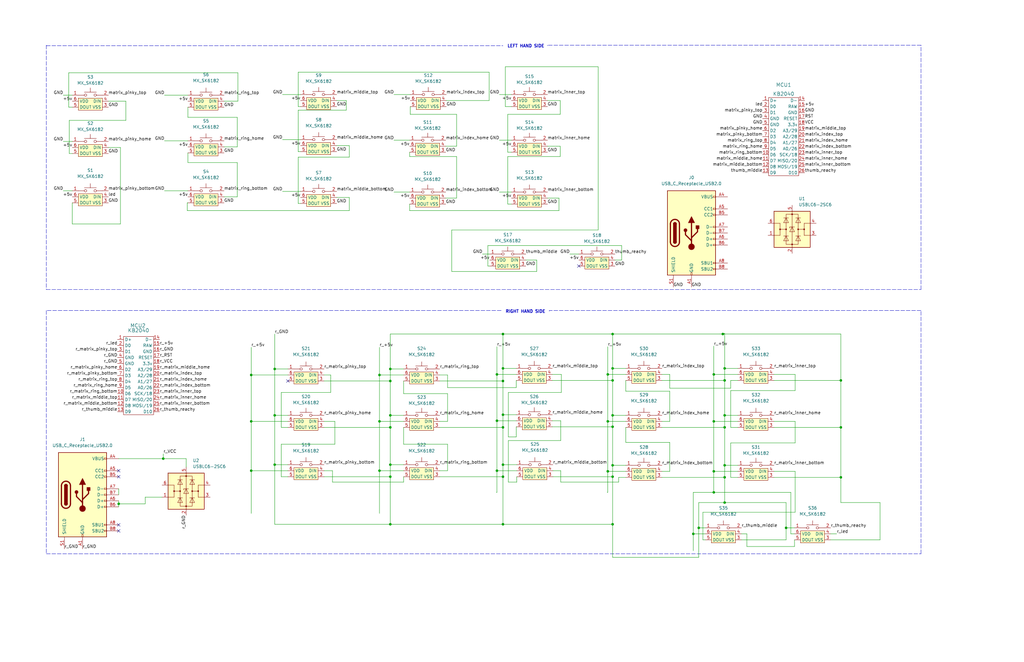
<source format=kicad_sch>
(kicad_sch (version 20211123) (generator eeschema)
  (paper "USLedger")
  (lib_symbols
    (symbol "CherryMX:MX_SK6182"
      (property "Reference" "S" (at 4.445 5.08 0))
      (property "Value" "MX_SK6182" (at 0 -5.08 0))
      (symbol "MX_SK6182_0_1"
        (polyline (pts (xy -5.08 2.54) (xy -2.54 2.54)))
        (polyline (pts (xy 2.54 2.54) (xy 5.08 2.54)))
        (rectangle (start 5.08 -3.81) (end -5.08 1.27) (fill (type background)))
      )
      (symbol "MX_SK6182_1_1"
        (circle (center -2.032 2.54) (radius 0.508))
        (polyline (pts (xy 0 3.81) (xy 0 5.588)))
        (polyline (pts (xy 2.54 3.81) (xy -2.54 3.81)))
        (circle (center 2.032 2.54) (radius 0.508))
        (pin passive line (at -7.62 2.54 0) (length 2.54) (name "~") (number "1"))
        (pin passive line (at 7.62 2.54 180) (length 2.54) (name "~") (number "2"))
        (pin power_in line (at 7.62 -2.54 180) (length 2.54) (name "VSS") (number "3"))
        (pin input line (at 7.62 0 180) (length 2.54) (name "DIN") (number "4"))
        (pin output line (at -7.62 -2.54 0) (length 2.54) (name "DOUT") (number "5"))
        (pin power_in line (at -7.62 0 0) (length 2.54) (name "VDD") (number "6"))
      )
    )
    (symbol "Connector:USB_C_Receptacle_USB2.0" (pin_names (offset 1.016))
      (property "Reference" "J" (at -10.16 19.05 0))
      (property "Value" "USB_C_Receptacle_USB2.0" (at 19.05 19.05 0))
      (symbol "USB_C_Receptacle_USB2.0_0_0"
        (rectangle (start -0.254 -17.78) (end 0.254 -16.764))
        (rectangle (start 10.16 -14.986) (end 9.144 -15.494))
        (rectangle (start 10.16 -12.446) (end 9.144 -12.954))
        (rectangle (start 10.16 -4.826) (end 9.144 -5.334))
        (rectangle (start 10.16 -2.286) (end 9.144 -2.794))
        (rectangle (start 10.16 0.254) (end 9.144 -0.254))
        (rectangle (start 10.16 2.794) (end 9.144 2.286))
        (rectangle (start 10.16 7.874) (end 9.144 7.366))
        (rectangle (start 10.16 10.414) (end 9.144 9.906))
        (rectangle (start 10.16 15.494) (end 9.144 14.986))
      )
      (symbol "USB_C_Receptacle_USB2.0_0_1"
        (rectangle (start -10.16 17.78) (end 10.16 -17.78) (stroke (width 0.254)) (fill (type background)))
        (arc (start -8.89 -3.81) (mid -6.985 -5.715) (end -5.08 -3.81) (stroke (width 0.508)))
        (arc (start -7.62 -3.81) (mid -6.985 -4.445) (end -6.35 -3.81) (stroke (width 0.254)))
        (arc (start -7.62 -3.81) (mid -6.985 -4.445) (end -6.35 -3.81) (stroke (width 0.254)) (fill (type outline)))
        (rectangle (start -7.62 -3.81) (end -6.35 3.81) (stroke (width 0.254)) (fill (type outline)))
        (arc (start -6.35 3.81) (mid -6.985 4.445) (end -7.62 3.81) (stroke (width 0.254)))
        (arc (start -6.35 3.81) (mid -6.985 4.445) (end -7.62 3.81) (stroke (width 0.254)) (fill (type outline)))
        (arc (start -5.08 3.81) (mid -6.985 5.715) (end -8.89 3.81) (stroke (width 0.508)))
        (circle (center -2.54 1.143) (radius 0.635) (stroke (width 0.254)) (fill (type outline)))
        (circle (center 0 -5.842) (radius 1.27) (fill (type outline)))
        (polyline (pts (xy -8.89 -3.81) (xy -8.89 3.81)) (stroke (width 0.508)))
        (polyline (pts (xy -5.08 3.81) (xy -5.08 -3.81)) (stroke (width 0.508)))
        (polyline (pts (xy 0 -5.842) (xy 0 4.318)) (stroke (width 0.508)))
        (polyline (pts (xy 0 -3.302) (xy -2.54 -0.762) (xy -2.54 0.508)) (stroke (width 0.508)))
        (polyline (pts (xy 0 -2.032) (xy 2.54 0.508) (xy 2.54 1.778)) (stroke (width 0.508)))
        (polyline (pts (xy -1.27 4.318) (xy 0 6.858) (xy 1.27 4.318) (xy -1.27 4.318)) (stroke (width 0.254)) (fill (type outline)))
        (rectangle (start 1.905 1.778) (end 3.175 3.048) (stroke (width 0.254)) (fill (type outline)))
      )
      (symbol "USB_C_Receptacle_USB2.0_1_1"
        (pin passive line (at 0 -22.86 90) (length 5.08) (name "GND") (number "A1"))
        (pin passive line (at 0 -22.86 90) (length 5.08) hide (name "GND") (number "A12"))
        (pin passive line (at 15.24 15.24 180) (length 5.08) (name "VBUS") (number "A4"))
        (pin bidirectional line (at 15.24 10.16 180) (length 5.08) (name "CC1") (number "A5"))
        (pin bidirectional line (at 15.24 -2.54 180) (length 5.08) (name "D+") (number "A6"))
        (pin bidirectional line (at 15.24 2.54 180) (length 5.08) (name "D-") (number "A7"))
        (pin bidirectional line (at 15.24 -12.7 180) (length 5.08) (name "SBU1") (number "A8"))
        (pin passive line (at 15.24 15.24 180) (length 5.08) hide (name "VBUS") (number "A9"))
        (pin passive line (at 0 -22.86 90) (length 5.08) hide (name "GND") (number "B1"))
        (pin passive line (at 0 -22.86 90) (length 5.08) hide (name "GND") (number "B12"))
        (pin passive line (at 15.24 15.24 180) (length 5.08) hide (name "VBUS") (number "B4"))
        (pin bidirectional line (at 15.24 7.62 180) (length 5.08) (name "CC2") (number "B5"))
        (pin bidirectional line (at 15.24 -5.08 180) (length 5.08) (name "D+") (number "B6"))
        (pin bidirectional line (at 15.24 0 180) (length 5.08) (name "D-") (number "B7"))
        (pin bidirectional line (at 15.24 -15.24 180) (length 5.08) (name "SBU2") (number "B8"))
        (pin passive line (at 15.24 15.24 180) (length 5.08) hide (name "VBUS") (number "B9"))
        (pin passive line (at -7.62 -22.86 90) (length 5.08) (name "SHIELD") (number "S1"))
      )
    )
    (symbol "MX_SK6182_1"
      (property "Reference" "U" (at 4.445 5.08 0))
      (property "Value" "MX_SK6182_1" (at 0 -5.08 0))
      (symbol "MX_SK6182_1_0_1"
        (polyline (pts (xy -5.08 2.54) (xy -2.54 2.54)))
        (polyline (pts (xy 2.54 2.54) (xy 5.08 2.54)))
        (rectangle (start 5.08 -3.81) (end -5.08 1.27) (fill (type background)))
      )
      (symbol "MX_SK6182_1_1_1"
        (circle (center -2.032 2.54) (radius 0.508))
        (polyline (pts (xy 0 3.81) (xy 0 5.588)))
        (polyline (pts (xy 2.54 3.81) (xy -2.54 3.81)))
        (circle (center 2.032 2.54) (radius 0.508))
        (pin passive line (at -7.62 2.54 0) (length 2.54) (name "~") (number "1"))
        (pin passive line (at 7.62 2.54 180) (length 2.54) (name "~") (number "2"))
        (pin power_in line (at 7.62 -2.54 180) (length 2.54) (name "VSS") (number "3"))
        (pin input line (at 7.62 0 180) (length 2.54) (name "DIN") (number "4"))
        (pin output line (at -7.62 -2.54 0) (length 2.54) (name "DOUT") (number "5"))
        (pin power_in line (at -7.62 0 0) (length 2.54) (name "VDD") (number "6"))
      )
    )
    (symbol "Power_Protection:USBLC6-2SC6" (pin_names hide)
      (property "Reference" "U" (at 2.54 8.89 0))
      (property "Value" "USBLC6-2SC6" (at 2.54 -8.89 0))
      (symbol "USBLC6-2SC6_0_1"
        (rectangle (start -7.62 -7.62) (end 7.62 7.62) (stroke (width 0.254)) (fill (type background)))
        (circle (center -5.08 0) (radius 0.254) (fill (type outline)))
        (circle (center -2.54 0) (radius 0.254) (fill (type outline)))
        (rectangle (start -2.54 6.35) (end 2.54 -6.35))
        (circle (center 0 -6.35) (radius 0.254) (fill (type outline)))
        (polyline (pts (xy -5.08 -2.54) (xy -7.62 -2.54)))
        (polyline (pts (xy -5.08 0) (xy -5.08 -2.54)))
        (polyline (pts (xy -5.08 2.54) (xy -7.62 2.54)))
        (polyline (pts (xy -1.524 -2.794) (xy -3.556 -2.794)))
        (polyline (pts (xy -1.524 4.826) (xy -3.556 4.826)))
        (polyline (pts (xy 0 -7.62) (xy 0 -6.35)))
        (polyline (pts (xy 0 -6.35) (xy 0 1.27)))
        (polyline (pts (xy 0 1.27) (xy 0 6.35)))
        (polyline (pts (xy 0 6.35) (xy 0 7.62)))
        (polyline (pts (xy 1.524 -2.794) (xy 3.556 -2.794)))
        (polyline (pts (xy 1.524 4.826) (xy 3.556 4.826)))
        (polyline (pts (xy 5.08 -2.54) (xy 7.62 -2.54)))
        (polyline (pts (xy 5.08 0) (xy 5.08 -2.54)))
        (polyline (pts (xy 5.08 2.54) (xy 7.62 2.54)))
        (polyline (pts (xy -2.54 0) (xy -5.08 0) (xy -5.08 2.54)))
        (polyline (pts (xy 2.54 0) (xy 5.08 0) (xy 5.08 2.54)))
        (polyline (pts (xy -3.556 -4.826) (xy -1.524 -4.826) (xy -2.54 -2.794) (xy -3.556 -4.826)))
        (polyline (pts (xy -3.556 2.794) (xy -1.524 2.794) (xy -2.54 4.826) (xy -3.556 2.794)))
        (polyline (pts (xy -1.016 -1.016) (xy 1.016 -1.016) (xy 0 1.016) (xy -1.016 -1.016)))
        (polyline (pts (xy 1.016 1.016) (xy 0.762 1.016) (xy -1.016 1.016) (xy -1.016 0.508)))
        (polyline (pts (xy 3.556 -4.826) (xy 1.524 -4.826) (xy 2.54 -2.794) (xy 3.556 -4.826)))
        (polyline (pts (xy 3.556 2.794) (xy 1.524 2.794) (xy 2.54 4.826) (xy 3.556 2.794)))
        (circle (center 0 6.35) (radius 0.254) (fill (type outline)))
        (circle (center 2.54 0) (radius 0.254) (fill (type outline)))
        (circle (center 5.08 0) (radius 0.254) (fill (type outline)))
      )
      (symbol "USBLC6-2SC6_1_1"
        (pin passive line (at -10.16 -2.54 0) (length 2.54) (name "I/O1") (number "1"))
        (pin passive line (at 0 -10.16 90) (length 2.54) (name "GND") (number "2"))
        (pin passive line (at 10.16 -2.54 180) (length 2.54) (name "I/O2") (number "3"))
        (pin passive line (at 10.16 2.54 180) (length 2.54) (name "I/O2") (number "4"))
        (pin passive line (at 0 10.16 270) (length 2.54) (name "VBUS") (number "5"))
        (pin passive line (at -10.16 2.54 0) (length 2.54) (name "I/O1") (number "6"))
      )
    )
    (symbol "kb2040:kb2040"
      (property "Reference" "U" (at 0 0 0))
      (property "Value" "kb2040" (at 0 -2.54 0))
      (symbol "kb2040_0_1"
        (rectangle (start 0 -3.81) (end 12.7 -36.83) (stroke (width 0.1524)))
      )
      (symbol "kb2040_1_1"
        (pin bidirectional line (at -2.54 -5.08 0) (length 2.54) (name "D+") (number "1"))
        (pin bidirectional line (at -2.54 -27.94 0) (length 2.54) (name "D6") (number "10"))
        (pin bidirectional line (at -2.54 -30.48 0) (length 2.54) (name "D7") (number "11"))
        (pin bidirectional line (at -2.54 -33.02 0) (length 2.54) (name "D8") (number "12"))
        (pin bidirectional line (at -2.54 -35.56 0) (length 2.54) (name "D9") (number "13"))
        (pin bidirectional line (at 15.24 -5.08 180) (length 2.54) (name "D-") (number "14"))
        (pin bidirectional line (at 15.24 -7.62 180) (length 2.54) (name "RAW") (number "15"))
        (pin bidirectional line (at 15.24 -10.16 180) (length 2.54) (name "GND") (number "16"))
        (pin bidirectional line (at 15.24 -12.7 180) (length 2.54) (name "RESET") (number "17"))
        (pin bidirectional line (at 15.24 -15.24 180) (length 2.54) (name "3.3v") (number "18"))
        (pin bidirectional line (at 15.24 -17.78 180) (length 2.54) (name "A3/29") (number "19"))
        (pin bidirectional line (at -2.54 -7.62 0) (length 2.54) (name "D0") (number "2"))
        (pin bidirectional line (at 15.24 -20.32 180) (length 2.54) (name "A2/28") (number "20"))
        (pin bidirectional line (at 15.24 -22.86 180) (length 2.54) (name "A1/27") (number "21"))
        (pin bidirectional line (at 15.24 -25.4 180) (length 2.54) (name "A0/26") (number "22"))
        (pin bidirectional line (at 15.24 -27.94 180) (length 2.54) (name "SCK/18") (number "23"))
        (pin bidirectional line (at 15.24 -30.48 180) (length 2.54) (name "MISO/20") (number "24"))
        (pin bidirectional line (at 15.24 -33.02 180) (length 2.54) (name "MOSI/19") (number "25"))
        (pin bidirectional line (at 15.24 -35.56 180) (length 2.54) (name "D10") (number "26"))
        (pin bidirectional line (at -2.54 -10.16 0) (length 2.54) (name "D1") (number "3"))
        (pin bidirectional line (at -2.54 -12.7 0) (length 2.54) (name "GND") (number "4"))
        (pin bidirectional line (at -2.54 -15.24 0) (length 2.54) (name "GND") (number "5"))
        (pin bidirectional line (at -2.54 -17.78 0) (length 2.54) (name "D2") (number "6"))
        (pin bidirectional line (at -2.54 -20.32 0) (length 2.54) (name "D3") (number "7"))
        (pin bidirectional line (at -2.54 -22.86 0) (length 2.54) (name "D4") (number "8"))
        (pin bidirectional line (at -2.54 -25.4 0) (length 2.54) (name "D5") (number "9"))
      )
    )
  )
  (junction (at 304.8 140.97))
  (junction (at 212.09 180.34))
  (junction (at 115.824 175.26))
  (junction (at 305.562 180.34))
  (junction (at 164.592 155.702))
  (junction (at 294.64 222.758))
  (junction (at 160.02 177.8))
  (junction (at 209.55 177.546))
  (junction (at 256.286 198.882))
  (junction (at 164.592 221.234))
  (junction (at 160.02 158.242))
  (junction (at 68.834 193.548))
  (junction (at 258.318 201.168))
  (junction (at 305.562 196.342))
  (junction (at 256.286 177.8))
  (junction (at 354.584 160.528))
  (junction (at 115.824 196.088))
  (junction (at 256.286 157.988))
  (junction (at 305.562 160.528))
  (junction (at 300.99 177.8))
  (junction (at 164.592 160.782))
  (junction (at 258.318 140.97))
  (junction (at 354.584 201.422))
  (junction (at 160.02 198.628))
  (junction (at 212.09 201.168))
  (junction (at 164.592 180.34))
  (junction (at 258.318 196.342))
  (junction (at 115.824 155.702))
  (junction (at 50.038 212.598))
  (junction (at 164.592 175.26))
  (junction (at 105.918 198.628))
  (junction (at 212.09 221.234))
  (junction (at 212.09 155.448))
  (junction (at 305.562 155.448))
  (junction (at 305.562 175.26))
  (junction (at 105.918 158.242))
  (junction (at 258.318 221.234))
  (junction (at 354.584 180.34))
  (junction (at 258.318 160.528))
  (junction (at 212.09 140.97))
  (junction (at 258.318 155.448))
  (junction (at 164.592 201.168))
  (junction (at 305.562 212.09))
  (junction (at 212.09 175.006))
  (junction (at 300.99 157.988))
  (junction (at 258.318 175.26))
  (junction (at 300.99 198.882))
  (junction (at 209.55 157.988))
  (junction (at 300.99 207.772))
  (junction (at 209.55 198.628))
  (junction (at 105.918 177.8))
  (junction (at 212.09 160.782))
  (junction (at 305.562 201.422))
  (junction (at 212.09 196.088))
  (junction (at 292.354 225.298))
  (junction (at 331.47 222.758))
  (junction (at 164.592 196.088))
  (junction (at 258.318 180.086))
  (no_connect (at 244.094 112.268))
  (no_connect (at 50.038 224.028))
  (no_connect (at 50.038 221.488))
  (no_connect (at 121.412 160.782))
  (no_connect (at 50.038 198.628))
  (no_connect (at 50.038 201.168))
  (wire (pts (xy 147.32 61.468) (xy 141.986 61.468)))
  (wire (pts (xy 79.248 64.516) (xy 79.248 68.58)))
  (wire (pts (xy 305.562 212.09) (xy 294.64 212.09)))
  (wire (pts (xy 256.286 157.988) (xy 256.286 177.8)))
  (wire (pts (xy 300.99 177.8) (xy 311.15 177.8)))
  (wire (pts (xy 188.722 187.452) (xy 188.722 198.628)))
  (wire (pts (xy 170.18 198.628) (xy 160.02 198.628)))
  (wire (pts (xy 333.502 225.298) (xy 335.026 225.298)))
  (wire (pts (xy 331.47 222.758) (xy 335.026 222.758)))
  (wire (pts (xy 160.02 198.628) (xy 160.02 216.662)))
  (wire (pts (xy 263.906 175.26) (xy 258.318 175.26)))
  (wire (pts (xy 164.592 196.088) (xy 164.592 201.168)))
  (polyline (pts (xy 230.886 19.05) (xy 230.886 19.304)))
  (wire (pts (xy 217.932 196.088) (xy 212.09 196.088)))
  (wire (pts (xy 105.918 198.628) (xy 105.918 177.8)))
  (wire (pts (xy 164.592 180.34) (xy 164.592 196.088)))
  (wire (pts (xy 115.824 155.702) (xy 115.824 175.26)))
  (wire (pts (xy 50.038 206.248) (xy 50.038 208.788)))
  (polyline (pts (xy 19.558 122.174) (xy 388.366 122.174)))
  (wire (pts (xy 260.858 203.454) (xy 236.474 203.454)))
  (wire (pts (xy 119.126 80.772) (xy 126.746 80.772)))
  (wire (pts (xy 305.562 180.34) (xy 305.562 196.342)))
  (wire (pts (xy 30.48 85.598) (xy 30.48 94.488)))
  (wire (pts (xy 236.22 42.418) (xy 230.886 42.418)))
  (wire (pts (xy 308.102 160.528) (xy 308.102 163.83)))
  (wire (pts (xy 79.248 85.598) (xy 78.994 85.598)))
  (wire (pts (xy 294.64 212.09) (xy 294.64 222.758)))
  (wire (pts (xy 258.318 155.448) (xy 258.318 160.528)))
  (wire (pts (xy 326.39 160.528) (xy 354.584 160.528)))
  (wire (pts (xy 213.106 44.958) (xy 213.106 28.194)))
  (wire (pts (xy 119.126 58.928) (xy 126.746 58.928)))
  (wire (pts (xy 209.296 207.772) (xy 209.55 207.772)))
  (wire (pts (xy 282.448 186.69) (xy 282.448 198.882)))
  (wire (pts (xy 185.42 201.168) (xy 212.09 201.168)))
  (wire (pts (xy 140.208 198.628) (xy 136.652 198.628)))
  (wire (pts (xy 125.73 66.294) (xy 147.32 66.294)))
  (polyline (pts (xy 19.558 19.05) (xy 19.558 122.174)))
  (wire (pts (xy 235.712 83.566) (xy 230.886 83.566)))
  (wire (pts (xy 354.584 212.09) (xy 371.094 212.09)))
  (wire (pts (xy 214.122 66.04) (xy 236.22 66.04)))
  (wire (pts (xy 79.248 80.518) (xy 69.342 80.518)))
  (wire (pts (xy 210.566 59.182) (xy 215.646 59.182)))
  (wire (pts (xy 170.18 201.168) (xy 170.18 203.454)))
  (wire (pts (xy 126.746 44.958) (xy 125.73 44.958)))
  (wire (pts (xy 190.5 97.028) (xy 190.5 114.554)))
  (wire (pts (xy 126.746 85.852) (xy 125.73 85.852)))
  (wire (pts (xy 354.584 180.34) (xy 354.584 201.422)))
  (wire (pts (xy 215.646 44.958) (xy 213.106 44.958)))
  (wire (pts (xy 214.122 86.106) (xy 214.122 66.04)))
  (wire (pts (xy 311.15 175.26) (xy 305.562 175.26)))
  (wire (pts (xy 212.09 175.006) (xy 212.09 180.34)))
  (wire (pts (xy 335.28 177.8) (xy 326.39 177.8)))
  (wire (pts (xy 214.122 48.26) (xy 236.22 48.26)))
  (wire (pts (xy 125.73 64.008) (xy 125.73 46.482)))
  (wire (pts (xy 170.18 166.116) (xy 188.722 166.116)))
  (wire (pts (xy 282.448 165.1) (xy 282.448 177.8)))
  (wire (pts (xy 258.318 140.97) (xy 304.8 140.97)))
  (wire (pts (xy 296.418 227.838) (xy 296.418 216.154)))
  (wire (pts (xy 308.102 201.422) (xy 308.102 186.944)))
  (wire (pts (xy 209.55 177.546) (xy 217.678 177.546)))
  (wire (pts (xy 300.99 207.772) (xy 333.502 207.772)))
  (wire (pts (xy 105.918 146.558) (xy 105.918 158.242)))
  (wire (pts (xy 263.906 186.69) (xy 282.448 186.69)))
  (wire (pts (xy 256.286 177.8) (xy 256.286 198.882)))
  (wire (pts (xy 136.652 180.34) (xy 164.592 180.34)))
  (wire (pts (xy 209.55 198.628) (xy 217.932 198.628)))
  (wire (pts (xy 26.67 59.69) (xy 30.48 59.69)))
  (wire (pts (xy 217.678 160.528) (xy 217.678 163.576)))
  (wire (pts (xy 217.932 203.454) (xy 214.376 203.454)))
  (wire (pts (xy 187.96 83.566) (xy 192.532 83.566)))
  (wire (pts (xy 305.562 196.342) (xy 305.562 201.422)))
  (wire (pts (xy 258.318 160.528) (xy 258.318 175.26)))
  (wire (pts (xy 209.55 177.546) (xy 209.55 198.628)))
  (wire (pts (xy 29.21 50.8) (xy 53.086 50.8)))
  (wire (pts (xy 279.146 160.528) (xy 305.562 160.528)))
  (wire (pts (xy 147.32 88.9) (xy 147.32 83.312)))
  (wire (pts (xy 292.354 225.298) (xy 292.354 232.41)))
  (polyline (pts (xy 19.558 19.304) (xy 212.09 19.304)))
  (wire (pts (xy 214.376 184.404) (xy 214.376 165.608)))
  (wire (pts (xy 118.618 187.452) (xy 141.224 187.452)))
  (wire (pts (xy 53.086 50.8) (xy 53.086 42.672)))
  (wire (pts (xy 61.214 212.598) (xy 61.214 209.804)))
  (wire (pts (xy 217.678 184.404) (xy 214.376 184.404)))
  (wire (pts (xy 188.722 166.116) (xy 188.722 177.8)))
  (wire (pts (xy 305.562 160.528) (xy 305.562 175.26)))
  (wire (pts (xy 260.858 201.422) (xy 260.858 203.454)))
  (wire (pts (xy 146.05 42.418) (xy 141.986 42.418)))
  (wire (pts (xy 170.18 155.702) (xy 164.592 155.702)))
  (wire (pts (xy 206.248 30.48) (xy 206.248 42.418)))
  (wire (pts (xy 311.15 201.422) (xy 308.102 201.422)))
  (wire (pts (xy 282.448 163.83) (xy 282.448 157.988)))
  (wire (pts (xy 352.806 225.298) (xy 350.266 225.298)))
  (wire (pts (xy 105.918 177.8) (xy 121.412 177.8)))
  (wire (pts (xy 100.076 49.53) (xy 100.076 61.976)))
  (wire (pts (xy 331.47 222.758) (xy 331.47 227.838)))
  (wire (pts (xy 214.376 203.454) (xy 214.376 185.928)))
  (wire (pts (xy 172.974 48.26) (xy 172.974 44.958)))
  (wire (pts (xy 115.824 196.088) (xy 115.824 221.234)))
  (wire (pts (xy 335.28 216.154) (xy 335.28 198.882)))
  (wire (pts (xy 206.502 112.268) (xy 205.74 112.268)))
  (wire (pts (xy 326.39 180.34) (xy 354.584 180.34)))
  (wire (pts (xy 371.094 212.09) (xy 371.094 227.838)))
  (wire (pts (xy 335.28 164.846) (xy 335.28 157.988)))
  (wire (pts (xy 188.722 198.628) (xy 185.42 198.628)))
  (wire (pts (xy 172.72 88.9) (xy 235.712 88.9)))
  (wire (pts (xy 50.038 212.598) (xy 61.214 212.598)))
  (wire (pts (xy 69.342 40.132) (xy 79.248 40.132)))
  (wire (pts (xy 292.354 207.772) (xy 300.99 207.772)))
  (wire (pts (xy 170.18 160.782) (xy 170.18 166.116)))
  (wire (pts (xy 190.5 97.028) (xy 252.222 97.028)))
  (wire (pts (xy 212.09 140.97) (xy 212.09 155.448)))
  (wire (pts (xy 256.286 146.304) (xy 256.286 157.988)))
  (polyline (pts (xy 388.366 233.68) (xy 388.366 131.064)))
  (wire (pts (xy 78.994 88.9) (xy 147.32 88.9)))
  (wire (pts (xy 160.02 158.242) (xy 170.18 158.242)))
  (wire (pts (xy 226.314 109.728) (xy 221.742 109.728)))
  (wire (pts (xy 188.722 163.576) (xy 188.722 158.242)))
  (polyline (pts (xy 231.648 131.064) (xy 231.648 131.318)))
  (wire (pts (xy 136.652 201.168) (xy 164.592 201.168)))
  (wire (pts (xy 258.318 221.234) (xy 212.09 221.234)))
  (wire (pts (xy 214.376 165.608) (xy 236.728 165.608)))
  (wire (pts (xy 212.09 140.97) (xy 258.318 140.97)))
  (wire (pts (xy 258.318 196.342) (xy 258.318 201.168)))
  (wire (pts (xy 308.102 186.944) (xy 335.28 186.944)))
  (wire (pts (xy 236.22 61.722) (xy 230.886 61.722)))
  (wire (pts (xy 45.72 62.23) (xy 50.8 62.23)))
  (wire (pts (xy 263.906 201.422) (xy 260.858 201.422)))
  (polyline (pts (xy 388.366 122.174) (xy 388.366 19.05)))
  (wire (pts (xy 300.99 157.988) (xy 300.99 177.8)))
  (wire (pts (xy 29.21 64.77) (xy 29.21 50.8)))
  (wire (pts (xy 105.918 198.628) (xy 105.918 216.662)))
  (wire (pts (xy 236.728 157.988) (xy 232.918 157.988)))
  (wire (pts (xy 236.474 177.546) (xy 236.474 185.928)))
  (wire (pts (xy 232.918 180.086) (xy 258.318 180.086)))
  (wire (pts (xy 69.342 59.436) (xy 79.248 59.436)))
  (wire (pts (xy 121.412 175.26) (xy 115.824 175.26)))
  (wire (pts (xy 212.09 201.168) (xy 212.09 221.234)))
  (wire (pts (xy 147.32 83.312) (xy 141.986 83.312)))
  (wire (pts (xy 300.99 157.988) (xy 311.15 157.988)))
  (wire (pts (xy 305.562 140.716) (xy 304.8 140.716)))
  (wire (pts (xy 304.8 140.97) (xy 354.584 140.97)))
  (wire (pts (xy 209.55 157.988) (xy 209.55 177.546)))
  (wire (pts (xy 335.28 186.944) (xy 335.28 177.8)))
  (wire (pts (xy 335.026 227.838) (xy 335.026 230.632)))
  (wire (pts (xy 170.18 196.088) (xy 164.592 196.088)))
  (wire (pts (xy 172.72 86.106) (xy 172.72 88.9)))
  (wire (pts (xy 308.102 163.83) (xy 282.448 163.83)))
  (wire (pts (xy 170.18 203.454) (xy 140.208 203.454)))
  (wire (pts (xy 279.146 177.8) (xy 282.448 177.8)))
  (wire (pts (xy 235.712 88.9) (xy 235.712 83.566)))
  (wire (pts (xy 100.33 30.734) (xy 100.33 42.672)))
  (wire (pts (xy 258.318 235.204) (xy 258.318 221.234)))
  (wire (pts (xy 305.562 175.26) (xy 305.562 180.34)))
  (wire (pts (xy 160.02 158.242) (xy 160.02 177.8)))
  (wire (pts (xy 188.722 177.8) (xy 185.42 177.8)))
  (wire (pts (xy 146.05 46.482) (xy 146.05 42.418)))
  (wire (pts (xy 279.146 180.34) (xy 305.562 180.34)))
  (wire (pts (xy 188.214 42.418) (xy 206.248 42.418)))
  (wire (pts (xy 263.906 196.342) (xy 258.318 196.342)))
  (wire (pts (xy 213.106 28.194) (xy 252.222 28.194)))
  (wire (pts (xy 125.73 46.482) (xy 146.05 46.482)))
  (wire (pts (xy 314.96 225.298) (xy 312.674 225.298)))
  (wire (pts (xy 209.55 146.304) (xy 209.55 157.988)))
  (wire (pts (xy 217.932 201.168) (xy 217.932 203.454)))
  (wire (pts (xy 214.376 185.928) (xy 236.474 185.928)))
  (wire (pts (xy 233.172 201.168) (xy 258.318 201.168)))
  (wire (pts (xy 212.09 160.782) (xy 212.09 175.006)))
  (wire (pts (xy 296.418 216.154) (xy 335.28 216.154)))
  (wire (pts (xy 160.02 198.628) (xy 160.02 177.8)))
  (wire (pts (xy 236.474 177.546) (xy 232.918 177.546)))
  (wire (pts (xy 79.248 68.58) (xy 100.076 68.58)))
  (wire (pts (xy 212.09 155.448) (xy 212.09 160.782)))
  (wire (pts (xy 297.434 227.838) (xy 296.418 227.838)))
  (wire (pts (xy 121.412 180.34) (xy 118.618 180.34)))
  (wire (pts (xy 78.486 193.548) (xy 78.486 197.104)))
  (wire (pts (xy 164.592 140.97) (xy 212.09 140.97)))
  (wire (pts (xy 300.99 146.05) (xy 300.99 157.988)))
  (wire (pts (xy 185.42 160.782) (xy 212.09 160.782)))
  (wire (pts (xy 282.448 198.882) (xy 279.146 198.882)))
  (wire (pts (xy 256.286 157.988) (xy 263.906 157.988)))
  (wire (pts (xy 166.116 81.026) (xy 172.72 81.026)))
  (wire (pts (xy 164.592 160.782) (xy 164.592 175.26)))
  (wire (pts (xy 68.834 193.548) (xy 78.486 193.548)))
  (wire (pts (xy 354.584 201.422) (xy 354.584 212.09)))
  (wire (pts (xy 100.33 42.672) (xy 94.488 42.672)))
  (wire (pts (xy 263.906 160.528) (xy 263.906 165.1)))
  (wire (pts (xy 160.02 146.558) (xy 160.02 158.242)))
  (wire (pts (xy 212.09 180.34) (xy 212.09 196.088)))
  (wire (pts (xy 28.956 45.212) (xy 28.956 30.734)))
  (wire (pts (xy 262.128 103.632) (xy 262.128 109.728)))
  (wire (pts (xy 300.99 198.882) (xy 300.99 207.772)))
  (wire (pts (xy 170.18 187.452) (xy 188.722 187.452)))
  (polyline (pts (xy 388.366 19.05) (xy 230.886 19.05)))
  (wire (pts (xy 105.918 158.242) (xy 121.412 158.242)))
  (wire (pts (xy 350.266 227.838) (xy 371.094 227.838)))
  (polyline (pts (xy 19.558 233.68) (xy 388.366 233.68)))
  (wire (pts (xy 119.126 39.878) (xy 126.746 39.878)))
  (wire (pts (xy 126.746 64.008) (xy 125.73 64.008)))
  (wire (pts (xy 294.64 222.758) (xy 297.434 222.758)))
  (wire (pts (xy 79.248 45.212) (xy 79.248 49.53)))
  (wire (pts (xy 28.956 30.734) (xy 100.33 30.734)))
  (wire (pts (xy 236.22 66.04) (xy 236.22 61.722)))
  (wire (pts (xy 335.026 230.632) (xy 314.96 230.632)))
  (wire (pts (xy 311.15 160.528) (xy 308.102 160.528)))
  (wire (pts (xy 26.67 40.132) (xy 30.48 40.132)))
  (wire (pts (xy 100.076 83.058) (xy 94.488 83.058)))
  (wire (pts (xy 326.39 201.422) (xy 354.584 201.422)))
  (wire (pts (xy 139.446 158.242) (xy 136.652 158.242)))
  (wire (pts (xy 190.5 114.554) (xy 226.314 114.554)))
  (wire (pts (xy 308.102 164.846) (xy 335.28 164.846)))
  (wire (pts (xy 205.74 112.268) (xy 205.74 103.632)))
  (wire (pts (xy 236.22 48.26) (xy 236.22 42.418)))
  (wire (pts (xy 300.99 198.882) (xy 311.15 198.882)))
  (wire (pts (xy 256.286 198.882) (xy 263.906 198.882)))
  (wire (pts (xy 187.96 61.722) (xy 192.532 61.722)))
  (wire (pts (xy 279.146 201.422) (xy 305.562 201.422)))
  (wire (pts (xy 232.918 160.528) (xy 258.318 160.528)))
  (wire (pts (xy 217.678 155.448) (xy 212.09 155.448)))
  (wire (pts (xy 121.412 198.628) (xy 105.918 198.628)))
  (wire (pts (xy 30.48 64.77) (xy 29.21 64.77)))
  (wire (pts (xy 292.354 225.298) (xy 297.434 225.298)))
  (wire (pts (xy 256.032 207.772) (xy 256.286 207.772)))
  (wire (pts (xy 50.038 193.548) (xy 68.834 193.548)))
  (wire (pts (xy 192.532 48.26) (xy 172.974 48.26)))
  (wire (pts (xy 256.286 177.8) (xy 263.906 177.8)))
  (wire (pts (xy 314.96 230.632) (xy 314.96 225.298)))
  (wire (pts (xy 170.18 175.26) (xy 164.592 175.26)))
  (wire (pts (xy 262.128 109.728) (xy 259.334 109.728)))
  (wire (pts (xy 164.592 155.702) (xy 164.592 160.782)))
  (wire (pts (xy 258.318 175.26) (xy 258.318 180.086)))
  (wire (pts (xy 118.618 180.34) (xy 118.618 165.608)))
  (wire (pts (xy 210.566 39.878) (xy 215.646 39.878)))
  (wire (pts (xy 170.18 180.34) (xy 170.18 187.452)))
  (wire (pts (xy 164.592 140.97) (xy 164.592 155.702)))
  (wire (pts (xy 236.474 198.628) (xy 233.172 198.628)))
  (wire (pts (xy 305.562 212.09) (xy 331.47 212.09)))
  (wire (pts (xy 115.824 140.97) (xy 115.824 155.702)))
  (polyline (pts (xy 211.328 131.064) (xy 19.558 131.064)))
  (wire (pts (xy 312.674 227.838) (xy 331.47 227.838)))
  (wire (pts (xy 172.72 66.04) (xy 192.532 66.04)))
  (wire (pts (xy 61.214 209.804) (xy 68.326 209.804)))
  (wire (pts (xy 282.448 157.988) (xy 279.146 157.988)))
  (wire (pts (xy 215.646 64.262) (xy 214.122 64.262)))
  (wire (pts (xy 331.47 212.09) (xy 331.47 222.758)))
  (wire (pts (xy 258.318 180.086) (xy 258.318 196.342)))
  (wire (pts (xy 203.454 107.188) (xy 206.502 107.188)))
  (wire (pts (xy 139.446 158.242) (xy 139.446 165.608)))
  (wire (pts (xy 335.28 157.988) (xy 326.39 157.988)))
  (wire (pts (xy 141.224 177.8) (xy 141.224 187.452)))
  (wire (pts (xy 304.8 140.716) (xy 304.8 140.97)))
  (wire (pts (xy 30.48 45.212) (xy 28.956 45.212)))
  (wire (pts (xy 140.208 203.454) (xy 140.208 198.628)))
  (wire (pts (xy 308.102 180.34) (xy 308.102 164.846)))
  (wire (pts (xy 141.224 177.8) (xy 136.652 177.8)))
  (wire (pts (xy 311.15 155.448) (xy 305.562 155.448)))
  (wire (pts (xy 118.618 165.608) (xy 139.446 165.608)))
  (wire (pts (xy 258.318 235.204) (xy 294.64 235.204)))
  (wire (pts (xy 100.076 68.58) (xy 100.076 83.058)))
  (wire (pts (xy 115.824 221.234) (xy 164.592 221.234)))
  (wire (pts (xy 147.32 66.294) (xy 147.32 61.468)))
  (wire (pts (xy 121.412 196.088) (xy 115.824 196.088)))
  (wire (pts (xy 354.584 160.528) (xy 354.584 180.34)))
  (wire (pts (xy 125.73 30.48) (xy 206.248 30.48)))
  (wire (pts (xy 166.116 39.878) (xy 172.974 39.878)))
  (wire (pts (xy 164.592 201.168) (xy 164.592 221.234)))
  (wire (pts (xy 263.906 165.1) (xy 282.448 165.1)))
  (wire (pts (xy 212.09 221.234) (xy 164.592 221.234)))
  (wire (pts (xy 121.412 201.168) (xy 118.618 201.168)))
  (wire (pts (xy 294.64 222.758) (xy 294.64 235.204)))
  (wire (pts (xy 209.55 198.628) (xy 209.55 207.772)))
  (wire (pts (xy 192.532 66.04) (xy 192.532 83.566)))
  (wire (pts (xy 209.55 157.988) (xy 217.678 157.988)))
  (wire (pts (xy 256.286 198.882) (xy 256.286 207.772)))
  (wire (pts (xy 217.678 175.006) (xy 212.09 175.006)))
  (wire (pts (xy 326.39 198.882) (xy 335.28 198.882)))
  (wire (pts (xy 26.67 80.518) (xy 30.48 80.518)))
  (wire (pts (xy 292.354 207.772) (xy 292.354 225.298)))
  (wire (pts (xy 50.8 94.488) (xy 50.8 62.23)))
  (wire (pts (xy 305.562 201.422) (xy 305.562 212.09)))
  (wire (pts (xy 212.09 196.088) (xy 212.09 201.168)))
  (wire (pts (xy 79.248 49.53) (xy 100.076 49.53)))
  (wire (pts (xy 305.562 155.448) (xy 305.562 160.528)))
  (wire (pts (xy 300.99 177.8) (xy 300.99 198.882)))
  (wire (pts (xy 354.584 140.97) (xy 354.584 160.528)))
  (wire (pts (xy 217.678 180.086) (xy 217.678 184.404)))
  (wire (pts (xy 50.038 212.598) (xy 50.038 213.868)))
  (wire (pts (xy 236.474 203.454) (xy 236.474 198.628)))
  (wire (pts (xy 45.72 42.672) (xy 53.086 42.672)))
  (wire (pts (xy 263.906 180.34) (xy 263.906 186.69)))
  (wire (pts (xy 50.038 211.328) (xy 50.038 212.598)))
  (wire (pts (xy 164.592 175.26) (xy 164.592 180.34)))
  (wire (pts (xy 30.48 94.488) (xy 50.8 94.488)))
  (wire (pts (xy 205.74 103.632) (xy 262.128 103.632)))
  (wire (pts (xy 210.566 81.026) (xy 215.646 81.026)))
  (wire (pts (xy 78.994 85.598) (xy 78.994 88.9)))
  (wire (pts (xy 252.222 28.194) (xy 252.222 97.028)))
  (wire (pts (xy 217.678 163.576) (xy 188.722 163.576)))
  (wire (pts (xy 226.314 114.554) (xy 226.314 109.728)))
  (wire (pts (xy 105.918 158.242) (xy 105.918 177.8)))
  (wire (pts (xy 125.73 85.852) (xy 125.73 66.294)))
  (wire (pts (xy 185.42 180.34) (xy 212.09 180.34)))
  (polyline (pts (xy 19.558 131.064) (xy 19.558 233.68)))
  (wire (pts (xy 68.834 191.516) (xy 68.834 193.548)))
  (polyline (pts (xy 388.366 131.064) (xy 231.648 131.064)))
  (wire (pts (xy 100.076 61.976) (xy 94.488 61.976)))
  (wire (pts (xy 305.562 140.716) (xy 305.562 155.448)))
  (wire (pts (xy 121.412 155.702) (xy 115.824 155.702)))
  (wire (pts (xy 236.728 157.988) (xy 236.728 165.608)))
  (wire (pts (xy 333.502 207.772) (xy 333.502 225.298)))
  (wire (pts (xy 160.02 177.8) (xy 170.18 177.8)))
  (wire (pts (xy 258.318 140.97) (xy 258.318 155.448)))
  (wire (pts (xy 258.318 201.168) (xy 258.318 221.234)))
  (wire (pts (xy 115.824 175.26) (xy 115.824 196.088)))
  (wire (pts (xy 118.618 201.168) (xy 118.618 187.452)))
  (wire (pts (xy 136.652 160.782) (xy 164.592 160.782)))
  (wire (pts (xy 263.906 155.448) (xy 258.318 155.448)))
  (wire (pts (xy 125.73 44.958) (xy 125.73 30.48)))
  (wire (pts (xy 214.122 64.262) (xy 214.122 48.26)))
  (wire (pts (xy 244.094 107.188) (xy 240.284 107.188)))
  (wire (pts (xy 311.15 196.342) (xy 305.562 196.342)))
  (wire (pts (xy 166.116 59.182) (xy 172.72 59.182)))
  (wire (pts (xy 215.646 86.106) (xy 214.122 86.106)))
  (wire (pts (xy 188.722 158.242) (xy 185.42 158.242)))
  (wire (pts (xy 311.15 180.34) (xy 308.102 180.34)))
  (wire (pts (xy 192.532 61.722) (xy 192.532 48.26)))
  (wire (pts (xy 172.72 64.262) (xy 172.72 66.04)))
  (text "RIGHT HAND SIDE" (at 213.106 132.334 0) (effects (font (size 1.27 1.27) (thickness 0.254) bold) (justify left bottom)))
  (text "LEFT HAND SIDE" (at 213.868 20.32 0) (effects (font (size 1.27 1.27) (thickness 0.254) bold) (justify left bottom)))
  (label "r_matrix_ring_bottom" (at 185.42 196.088 0))
  (label "+5v" (at 126.746 42.418 180))
  (label "matrix_inner_top" (at 230.886 39.878 0))
  (label "GND" (at 166.116 59.182 180))
  (label "matrix_pinky_home" (at 321.564 55.118 180))
  (label "matrix_ring_top" (at 94.488 40.132 0))
  (label "GND" (at 94.488 64.516 0))
  (label "GND" (at 166.116 39.878 180))
  (label "r_thumb_middle" (at 312.674 222.758 0))
  (label "r_matrix_inner_top" (at 326.39 155.448 0))
  (label "+5v" (at 30.48 62.23 180))
  (label "led" (at 45.72 83.058 0))
  (label "r_GND" (at 78.486 217.424 270))
  (label "+5v" (at 126.746 83.312 180))
  (label "matrix_index_top" (at 188.214 39.878 0))
  (label "+5v" (at 172.974 42.418 180))
  (label "r_GND" (at 67.31 148.336 0))
  (label "GND" (at 321.564 52.578 180))
  (label "GND" (at 321.564 50.038 180))
  (label "GND" (at 26.67 40.132 180))
  (label "matrix_inner_home" (at 230.886 59.182 0))
  (label "GND" (at 210.566 59.182 180))
  (label "+5v" (at 172.72 61.722 180))
  (label "r_matrix_pinky_home" (at 136.652 175.26 0))
  (label "r_matrix_ring_top" (at 49.53 161.036 180))
  (label "r_matrix_middle_home" (at 232.918 175.006 0))
  (label "+5v" (at 215.646 42.418 180))
  (label "r_matrix_index_top" (at 279.146 155.448 0))
  (label "r_matrix_middle_bottom" (at 49.53 171.196 180))
  (label "r_GND" (at 49.53 150.876 180))
  (label "matrix_inner_bottom" (at 230.886 81.026 0))
  (label "GND" (at 210.566 39.878 180))
  (label "matrix_index_home" (at 339.344 60.198 0))
  (label "r_+5v" (at 209.55 146.304 0))
  (label "r_matrix_middle_home" (at 67.31 155.956 0))
  (label "r_matrix_ring_home" (at 185.42 175.26 0))
  (label "+5v" (at 215.646 83.566 180))
  (label "r_thumb_reachy" (at 350.266 222.758 0))
  (label "r_GND" (at 115.824 140.97 0))
  (label "+5v" (at 30.48 83.058 180))
  (label "+5v" (at 206.502 109.728 180))
  (label "matrix_pinky_home" (at 45.72 59.69 0))
  (label "GND" (at 188.214 44.958 0))
  (label "+5v" (at 244.094 109.728 180))
  (label "r_matrix_pinky_top" (at 49.53 148.336 180))
  (label "r_matrix_index_home" (at 279.146 175.26 0))
  (label "thumb_reachy" (at 259.334 107.188 0))
  (label "r_matrix_pinky_bottom" (at 136.652 196.088 0))
  (label "+5v" (at 79.248 61.976 180))
  (label "GND" (at 230.886 44.958 0))
  (label "matrix_middle_top" (at 339.344 55.118 0))
  (label "GND" (at 166.116 81.026 180))
  (label "GND" (at 230.886 64.262 0))
  (label "RST" (at 339.344 50.038 0))
  (label "GND" (at 94.488 45.212 0))
  (label "GND" (at 45.72 45.212 0))
  (label "GND" (at 283.972 121.158 0))
  (label "GND" (at 240.284 107.188 180))
  (label "matrix_index_bottom" (at 339.344 62.738 0))
  (label "matrix_pinky_bottom" (at 45.72 80.518 0))
  (label "r_matrix_pinky_bottom" (at 49.53 158.496 180))
  (label "GND" (at 26.67 59.69 180))
  (label "r_matrix_index_bottom" (at 67.31 163.576 0))
  (label "matrix_ring_home" (at 94.488 59.436 0))
  (label "r_VCC" (at 67.31 153.416 0))
  (label "thumb_middle" (at 321.564 72.898 180))
  (label "GND" (at 230.886 86.106 0))
  (label "matrix_middle_home" (at 321.564 67.818 180))
  (label "r_+5v" (at 160.02 146.558 0))
  (label "+5v" (at 30.48 42.672 180))
  (label "r_matrix_pinky_top" (at 136.652 155.702 0))
  (label "r_GND" (at 27.178 231.648 0))
  (label "+5v" (at 79.248 42.672 180))
  (label "+5v" (at 79.248 83.058 180))
  (label "thumb_middle" (at 221.742 107.188 0))
  (label "r_led" (at 49.53 145.796 180))
  (label "GND" (at 26.67 80.518 180))
  (label "r_GND" (at 34.798 231.648 0))
  (label "GND" (at 187.96 64.262 0))
  (label "matrix_middle_bottom" (at 321.564 70.358 180))
  (label "GND" (at 259.334 112.268 0))
  (label "GND" (at 203.454 107.188 180))
  (label "r_matrix_ring_bottom" (at 49.53 166.116 180))
  (label "r_+5v" (at 105.918 146.558 0))
  (label "+5v" (at 215.646 61.722 180))
  (label "led" (at 321.564 44.958 180))
  (label "+5v" (at 172.72 83.566 180))
  (label "r_matrix_index_top" (at 67.31 158.496 0))
  (label "r_+5v" (at 300.99 146.05 0))
  (label "r_matrix_inner_top" (at 67.31 166.116 0))
  (label "r_matrix_middle_bottom" (at 233.172 196.088 0))
  (label "r_matrix_middle_top" (at 232.918 155.448 0))
  (label "r_RST" (at 67.31 150.876 0))
  (label "GND" (at 119.126 39.878 180))
  (label "matrix_inner_home" (at 339.344 67.818 0))
  (label "r_matrix_pinky_home" (at 49.53 155.956 180))
  (label "GND" (at 69.342 59.436 180))
  (label "GND" (at 141.986 44.958 0))
  (label "GND" (at 69.342 40.132 180))
  (label "r_matrix_middle_top" (at 49.53 168.656 180))
  (label "GND" (at 291.592 121.158 0))
  (label "r_led" (at 352.806 225.298 0))
  (label "matrix_pinky_top" (at 45.72 40.132 0))
  (label "GND" (at 45.72 64.77 0))
  (label "r_matrix_index_bottom" (at 279.146 196.342 0))
  (label "GND" (at 45.72 85.598 0))
  (label "GND" (at 69.342 80.518 180))
  (label "r_matrix_ring_home" (at 49.53 163.576 180))
  (label "VCC" (at 339.344 52.578 0))
  (label "r_+5v" (at 67.31 145.796 0))
  (label "GND" (at 141.986 85.852 0))
  (label "r_thumb_middle" (at 49.53 173.736 180))
  (label "matrix_inner_bottom" (at 339.344 70.358 0))
  (label "GND" (at 339.344 47.498 0))
  (label "r_matrix_inner_bottom" (at 326.39 196.342 0))
  (label "r_thumb_reachy" (at 67.31 173.736 0))
  (label "+5v" (at 339.344 44.958 0))
  (label "matrix_ring_bottom" (at 94.488 80.518 0))
  (label "matrix_middle_top" (at 141.986 39.878 0))
  (label "matrix_ring_home" (at 321.564 62.738 180))
  (label "r_+5v" (at 256.286 146.304 0))
  (label "+5v" (at 126.746 61.468 180))
  (label "matrix_middle_home" (at 141.986 58.928 0))
  (label "GND" (at 141.986 64.008 0))
  (label "GND" (at 221.742 112.268 0))
  (label "thumb_reachy" (at 339.344 72.898 0))
  (label "GND" (at 119.126 80.772 180))
  (label "r_matrix_inner_home" (at 326.39 175.26 0))
  (label "r_matrix_ring_top" (at 185.42 155.702 0))
  (label "matrix_pinky_top" (at 321.564 47.498 180))
  (label "matrix_ring_bottom" (at 321.564 65.278 180))
  (label "matrix_index_home" (at 187.96 59.182 0))
  (label "GND" (at 94.488 85.598 0))
  (label "matrix_middle_bottom" (at 141.986 80.772 0))
  (label "r_matrix_inner_bottom" (at 67.31 171.196 0))
  (label "matrix_inner_top" (at 339.344 65.278 0))
  (label "r_matrix_inner_home" (at 67.31 168.656 0))
  (label "matrix_pinky_bottom" (at 321.564 57.658 180))
  (label "GND" (at 119.126 58.928 180))
  (label "r_VCC" (at 68.834 191.516 0))
  (label "matrix_ring_top" (at 321.564 60.198 180))
  (label "matrix_index_top" (at 339.344 57.658 0))
  (label "matrix_index_bottom" (at 187.96 81.026 0))
  (label "GND" (at 187.96 86.106 0))
  (label "r_matrix_index_home" (at 67.31 161.036 0))
  (label "GND" (at 210.566 81.026 180))
  (label "r_GND" (at 49.53 153.416 180))
  (symbol (lib_id "CherryMX:MX_SK6182") (at 180.34 83.566 0) (unit 1)
    (property "Reference" "S10" (at 180.34 73.152 0))
    (property "Value" "MX_SK6182" (at 180.34 75.692 0))
    (property "Footprint" "CherryMX:MX_1.00u_PCB_KailhSocket_mini-led" (effects hide))
  )
  (symbol (lib_id "CherryMX:MX_SK6182") (at 134.366 61.468 0) (unit 1)
    (property "Reference" "S8" (at 134.366 50.546 0))
    (property "Value" "MX_SK6182" (at 134.366 53.086 0))
    (property "Footprint" "CherryMX:MX_1.00u_PCB_KailhSocket_mini-led" (effects hide))
  )
  (symbol (lib_id "CherryMX:MX_SK6182") (at 38.1 42.672 0) (unit 1)
    (property "Reference" "S3" (at 38.1 32.512 0))
    (property "Value" "MX_SK6182" (at 38.1 35.052 0))
    (property "Footprint" "CherryMX:MX_1.00u_PCB_KailhSocket_mini-led" (effects hide))
  )
  (symbol (lib_id "CherryMX:MX_SK6182") (at 86.868 83.058 0) (unit 1)
    (property "Reference" "S4" (at 86.868 72.39 0))
    (property "Value" "MX_SK6182" (at 86.868 74.93 0))
    (property "Footprint" "CherryMX:MX_1.00u_PCB_KailhSocket_mini-led" (effects hide))
  )
  (symbol (lib_name "MX_SK6182_1") (lib_id "CherryMX:MX_SK6182") (at 251.714 109.728 0) (unit 1)
    (property "Reference" "S18" (at 251.714 99.314 0))
    (property "Value" "MX_SK6182" (at 251.714 101.854 0))
    (property "Footprint" "CherryMX:MX_1.00u_PCB_KailhSocket_mini-led" (effects hide))
  )
  (symbol (lib_id "CherryMX:MX_SK6182") (at 129.032 198.628 0) (unit 1)
    (property "Reference" "S19" (at 129.032 187.706 0))
    (property "Value" "MX_SK6182" (at 129.032 190.246 0))
    (property "Footprint" "CherryMX:MX_1.00u_PCB_KailhSocket_mini-led" (effects hide))
  )
  (symbol (lib_id "CherryMX:MX_SK6182") (at 86.868 42.672 0) (unit 1)
    (property "Reference" "S6" (at 86.868 31.496 0))
    (property "Value" "MX_SK6182" (at 86.868 34.036 0))
    (property "Footprint" "CherryMX:MX_1.00u_PCB_KailhSocket_mini-led" (effects hide))
  )
  (symbol (lib_id "CherryMX:MX_SK6182") (at 129.032 158.242 0) (unit 1)
    (property "Reference" "S21" (at 129.032 147.066 0))
    (property "Value" "MX_SK6182" (at 129.032 149.606 0))
    (property "Footprint" "CherryMX:MX_1.00u_PCB_KailhSocket_mini-led" (effects hide))
  )
  (symbol (lib_id "CherryMX:MX_SK6182") (at 38.1 83.058 0) (unit 1)
    (property "Reference" "S1" (at 38.1 71.882 0))
    (property "Value" "MX_SK6182" (at 38.1 74.422 0))
    (property "Footprint" "CherryMX:MX_1.00u_PCB_KailhSocket_mini-led" (effects hide))
  )
  (symbol (lib_id "CherryMX:MX_SK6182") (at 86.868 61.976 0) (unit 1)
    (property "Reference" "S5" (at 86.868 51.054 0))
    (property "Value" "MX_SK6182" (at 86.868 53.594 0))
    (property "Footprint" "CherryMX:MX_1.00u_PCB_KailhSocket_mini-led" (effects hide))
  )
  (symbol (lib_id "CherryMX:MX_SK6182") (at 134.366 42.418 0) (unit 1)
    (property "Reference" "S9" (at 134.366 31.75 0))
    (property "Value" "MX_SK6182" (at 134.366 34.29 0))
    (property "Footprint" "CherryMX:MX_1.00u_PCB_KailhSocket_mini-led" (effects hide))
  )
  (symbol (lib_id "CherryMX:MX_SK6182") (at 271.526 177.8 0) (unit 1)
    (property "Reference" "S29" (at 271.526 166.624 0))
    (property "Value" "MX_SK6182" (at 271.526 169.164 0))
    (property "Footprint" "CherryMX:MX_1.00u_PCB_KailhSocket_mini-led" (effects hide))
  )
  (symbol (lib_id "Connector:USB_C_Receptacle_USB2.0") (at 291.592 98.298 0) (unit 1)
    (property "Reference" "J0" (at 291.592 74.93 0))
    (property "Value" "USB_C_Receptacle_USB2.0" (at 291.592 77.47 0))
    (property "Footprint" "nrfmicro:USB-C_C168688" (effects hide))
    (property "Datasheet" "https://www.usb.org/sites/default/files/documents/usb_type-c.zip" (effects hide))
  )
  (symbol (lib_name "MX_SK6182_1") (lib_id "CherryMX:MX_SK6182") (at 214.122 109.728 0) (unit 1)
    (property "Reference" "S17" (at 214.122 99.06 0))
    (property "Value" "MX_SK6182" (at 214.122 101.6 0))
    (property "Footprint" "CherryMX:MX_1.00u_PCB_KailhSocket_mini-led" (effects hide))
  )
  (symbol (lib_id "CherryMX:MX_SK6182") (at 180.34 61.722 0) (unit 1)
    (property "Reference" "S11" (at 180.34 51.562 0))
    (property "Value" "MX_SK6182" (at 180.34 54.102 0))
    (property "Footprint" "CherryMX:MX_1.00u_PCB_KailhSocket_mini-led" (effects hide))
  )
  (symbol (lib_id "CherryMX:MX_SK6182") (at 318.77 198.882 0) (unit 1)
    (property "Reference" "S31" (at 318.77 188.722 0))
    (property "Value" "MX_SK6182" (at 318.77 191.262 0))
    (property "Footprint" "CherryMX:MX_1.00u_PCB_KailhSocket_mini-led" (effects hide))
  )
  (symbol (lib_id "CherryMX:MX_SK6182") (at 225.298 177.546 0) (unit 1)
    (property "Reference" "S26" (at 225.298 167.386 0))
    (property "Value" "MX_SK6182" (at 225.298 169.926 0))
    (property "Footprint" "CherryMX:MX_1.00u_PCB_KailhSocket_mini-led" (effects hide))
  )
  (symbol (lib_id "CherryMX:MX_SK6182") (at 225.298 157.988 0) (unit 1)
    (property "Reference" "S27" (at 225.298 147.066 0))
    (property "Value" "MX_SK6182" (at 225.298 149.606 0))
    (property "Footprint" "CherryMX:MX_1.00u_PCB_KailhSocket_mini-led" (effects hide))
  )
  (symbol (lib_id "CherryMX:MX_SK6182") (at 225.552 198.628 0) (unit 1)
    (property "Reference" "S25" (at 225.552 187.452 0))
    (property "Value" "MX_SK6182" (at 225.552 189.992 0))
    (property "Footprint" "CherryMX:MX_1.00u_PCB_KailhSocket_mini-led" (effects hide))
  )
  (symbol (lib_id "CherryMX:MX_SK6182") (at 177.8 158.242 0) (unit 1)
    (property "Reference" "S24" (at 177.8 147.066 0))
    (property "Value" "MX_SK6182" (at 177.8 149.606 0))
    (property "Footprint" "CherryMX:MX_1.00u_PCB_KailhSocket_mini-led" (effects hide))
  )
  (symbol (lib_id "Connector:USB_C_Receptacle_USB2.0") (at 34.798 208.788 0) (unit 1)
    (property "Reference" "J1" (at 34.798 185.42 0))
    (property "Value" "USB_C_Receptacle_USB2.0" (at 34.798 187.96 0))
    (property "Footprint" "nrfmicro:USB-C_C168688" (effects hide))
    (property "Datasheet" "https://www.usb.org/sites/default/files/documents/usb_type-c.zip" (effects hide))
  )
  (symbol (lib_id "CherryMX:MX_SK6182") (at 223.266 42.418 0) (unit 1)
    (property "Reference" "S15" (at 223.266 32.258 0))
    (property "Value" "MX_SK6182" (at 223.266 34.798 0))
    (property "Footprint" "CherryMX:MX_1.00u_PCB_KailhSocket_mini-led" (effects hide))
  )
  (symbol (lib_id "kb2040:kb2040") (at 52.07 138.176 0) (unit 1)
    (property "Reference" "MCU2" (at 58.166 137.414 0) (effects (font (size 1.524 1.524))))
    (property "Value" "KB2040" (at 58.42 139.446 0) (effects (font (size 1.524 1.524))))
    (property "Footprint" "kb2040:kb2040" (effects hide))
    (property "Datasheet" "${OSHMOUNT_LIBRARY}/KeeBoar/adafruit-kb2040.pdf" (effects hide))
  )
  (symbol (lib_id "CherryMX:MX_SK6182") (at 318.77 157.988 0) (unit 1)
    (property "Reference" "S33" (at 318.77 147.066 0))
    (property "Value" "MX_SK6182" (at 318.77 149.606 0))
    (property "Footprint" "CherryMX:MX_1.00u_PCB_KailhSocket_mini-led" (effects hide))
  )
  (symbol (lib_id "CherryMX:MX_SK6182") (at 177.8 177.8 0) (unit 1)
    (property "Reference" "S23" (at 177.8 167.64 0))
    (property "Value" "MX_SK6182" (at 177.8 170.18 0))
    (property "Footprint" "CherryMX:MX_1.00u_PCB_KailhSocket_mini-led" (effects hide))
  )
  (symbol (lib_id "CherryMX:MX_SK6182") (at 271.526 198.882 0) (unit 1)
    (property "Reference" "S28" (at 271.526 188.722 0))
    (property "Value" "MX_SK6182" (at 271.526 191.262 0))
    (property "Footprint" "CherryMX:MX_1.00u_PCB_KailhSocket_mini-led" (effects hide))
  )
  (symbol (lib_id "CherryMX:MX_SK6182") (at 38.1 62.23 0) (unit 1)
    (property "Reference" "S2" (at 38.1 52.07 0))
    (property "Value" "MX_SK6182" (at 38.1 54.61 0))
    (property "Footprint" "CherryMX:MX_1.00u_PCB_KailhSocket_mini-led" (effects hide))
  )
  (symbol (lib_id "CherryMX:MX_SK6182") (at 223.266 61.722 0) (unit 1)
    (property "Reference" "S14" (at 223.266 51.562 0))
    (property "Value" "MX_SK6182" (at 223.266 54.102 0))
    (property "Footprint" "CherryMX:MX_1.00u_PCB_KailhSocket_mini-led" (effects hide))
  )
  (symbol (lib_id "CherryMX:MX_SK6182") (at 180.594 42.418 0) (unit 1)
    (property "Reference" "S12" (at 180.594 31.75 0))
    (property "Value" "MX_SK6182" (at 180.594 34.29 0))
    (property "Footprint" "CherryMX:MX_1.00u_PCB_KailhSocket_mini-led" (effects hide))
  )
  (symbol (lib_name "MX_SK6182_1") (lib_id "CherryMX:MX_SK6182") (at 305.054 225.298 0) (unit 1)
    (property "Reference" "S35" (at 305.054 214.376 0))
    (property "Value" "MX_SK6182" (at 305.054 216.916 0))
    (property "Footprint" "CherryMX:MX_1.00u_PCB_KailhSocket_mini-led" (effects hide))
  )
  (symbol (lib_id "CherryMX:MX_SK6182") (at 177.8 198.628 0) (unit 1)
    (property "Reference" "S22" (at 177.8 187.706 0))
    (property "Value" "MX_SK6182" (at 177.8 190.246 0))
    (property "Footprint" "CherryMX:MX_1.00u_PCB_KailhSocket_mini-led" (effects hide))
  )
  (symbol (lib_id "CherryMX:MX_SK6182") (at 223.266 83.566 0) (unit 1)
    (property "Reference" "S13" (at 223.266 72.644 0))
    (property "Value" "MX_SK6182" (at 223.266 75.184 0))
    (property "Footprint" "CherryMX:MX_1.00u_PCB_KailhSocket_mini-led" (effects hide))
  )
  (symbol (lib_name "MX_SK6182_1") (lib_id "CherryMX:MX_SK6182") (at 342.646 225.298 0) (unit 1)
    (property "Reference" "S36" (at 342.646 214.376 0))
    (property "Value" "MX_SK6182" (at 342.646 216.916 0))
    (property "Footprint" "CherryMX:MX_1.00u_PCB_KailhSocket_mini-led" (effects hide))
  )
  (symbol (lib_id "kb2040:kb2040") (at 324.104 37.338 0) (unit 1)
    (property "Reference" "MCU1" (at 330.454 35.814 0) (effects (font (size 1.524 1.524))))
    (property "Value" "KB2040" (at 330.454 39.624 0) (effects (font (size 1.524 1.524))))
    (property "Footprint" "kb2040:kb2040" (effects hide))
    (property "Datasheet" "${OSHMOUNT_LIBRARY}/KeeBoar/adafruit-kb2040.pdf" (effects hide))
  )
  (symbol (lib_id "CherryMX:MX_SK6182") (at 271.526 157.988 0) (unit 1)
    (property "Reference" "S30" (at 271.526 147.066 0))
    (property "Value" "MX_SK6182" (at 271.526 149.606 0))
    (property "Footprint" "CherryMX:MX_1.00u_PCB_KailhSocket_mini-led" (effects hide))
  )
  (symbol (lib_id "CherryMX:MX_SK6182") (at 129.032 177.8 0) (unit 1)
    (property "Reference" "S20" (at 129.032 167.386 0))
    (property "Value" "MX_SK6182" (at 129.032 169.926 0))
    (property "Footprint" "CherryMX:MX_1.00u_PCB_KailhSocket_mini-led" (effects hide))
  )
  (symbol (lib_id "Power_Protection:USBLC6-2SC6") (at 78.486 207.264 0) (unit 1)
    (property "Reference" "U2" (at 81.2547 194.31 0) (effects (justify left)))
    (property "Value" "USBLC6-2SC6" (at 81.2547 196.85 0) (effects (justify left)))
    (property "Footprint" "Package_TO_SOT_SMD:SOT-23-6" (effects hide))
    (property "Datasheet" "https://www.st.com/resource/en/datasheet/usblc6-2.pdf" (effects hide))
  )
  (symbol (lib_id "Power_Protection:USBLC6-2SC6") (at 334.01 96.774 0) (unit 1)
    (property "Reference" "U1" (at 336.7787 83.82 0) (effects (justify left)))
    (property "Value" "USBLC6-2SC6" (at 336.7787 86.36 0) (effects (justify left)))
    (property "Footprint" "Package_TO_SOT_SMD:SOT-23-6" (effects hide))
    (property "Datasheet" "https://www.st.com/resource/en/datasheet/usblc6-2.pdf" (effects hide))
  )
  (symbol (lib_id "CherryMX:MX_SK6182") (at 318.77 177.8 0) (unit 1)
    (property "Reference" "S32" (at 318.77 166.624 0))
    (property "Value" "MX_SK6182" (at 318.77 169.164 0))
    (property "Footprint" "CherryMX:MX_1.00u_PCB_KailhSocket_mini-led" (effects hide))
  )
  (symbol (lib_id "CherryMX:MX_SK6182") (at 134.366 83.312 0) (unit 1)
    (property "Reference" "S7" (at 134.366 72.898 0))
    (property "Value" "MX_SK6182" (at 134.366 75.438 0))
    (property "Footprint" "CherryMX:MX_1.00u_PCB_KailhSocket_mini-led" (effects hide))
  )
)
</source>
